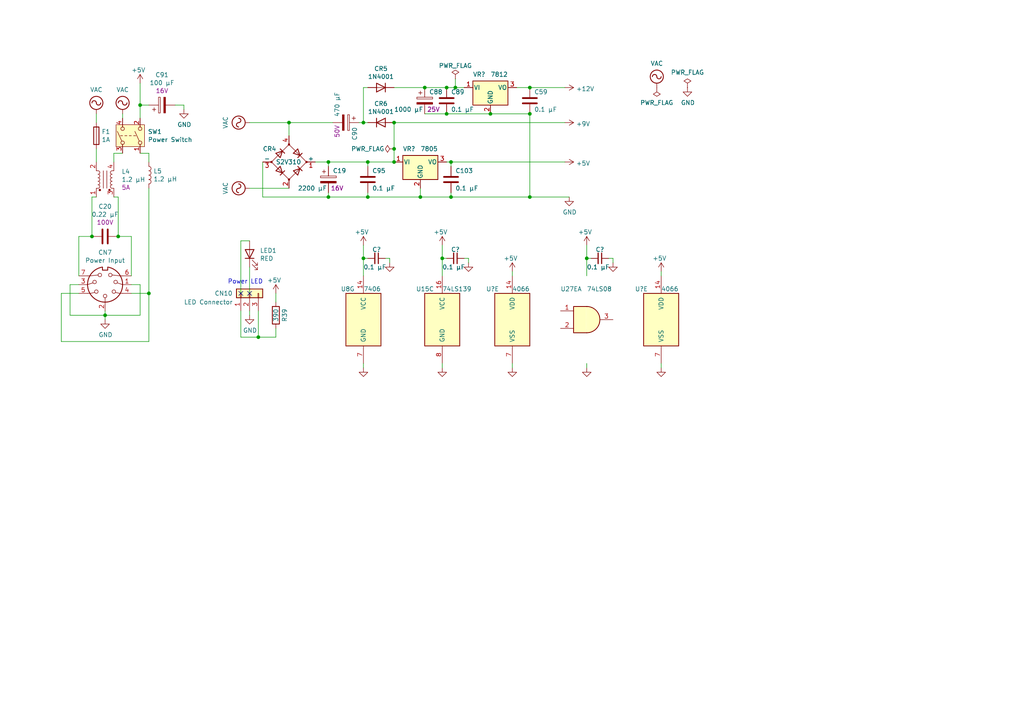
<source format=kicad_sch>
(kicad_sch (version 20231120) (generator "eeschema") (generator_version "8.0")
  (paper "A4")
  (title_block (title "Commodore 64 - Power Section (schematic #251469)") (date "2019-08-11") (rev "0.2") (company "Commodore Business Machines, Inc.") (comment 1 "Based on C64/C64C Service Manual (1992-03) pp. 31-32 [PN-314001-03]") (comment 4 "KiCad schematic capture by Cumbayah! <cumbayah@subetha.dk>"))
  (lib_symbols
    (symbol "4xxx:4066" (pin_names (offset 1.016))
      (property "Reference" "U" (at -7.62 8.89 0))
      (property "Value" "4066" (at -7.62 -8.89 0))
      (symbol "4066_1_0"
        (polyline (pts (xy 0 1.27) (xy 0 2.54)) (stroke (width 0.1524)))
        (polyline (pts (xy -2.54 0) (xy 2.54 2.54) (xy 2.54 -2.54) (xy -2.54 0)) (fill (type background)))
        (polyline (pts (xy -2.54 2.54) (xy 2.54 0) (xy -2.54 -2.54) (xy -2.54 2.54)) (fill (type background)))
        (pin passive line (at -7.62 0 0) (length 5.08) (name "~") (number "1"))
        (pin input line (at 0 7.62 270) (length 5.08) (name "~") (number "13"))
        (pin passive line (at 7.62 0 180) (length 5.08) (name "~") (number "2"))
      )
      (symbol "4066_2_0"
        (polyline (pts (xy 0 1.27) (xy 0 2.54)) (stroke (width 0.1524)))
        (polyline (pts (xy -2.54 0) (xy 2.54 2.54) (xy 2.54 -2.54) (xy -2.54 0)) (fill (type background)))
        (polyline (pts (xy -2.54 2.54) (xy 2.54 0) (xy -2.54 -2.54) (xy -2.54 2.54)) (fill (type background)))
        (pin passive line (at 7.62 0 180) (length 5.08) (name "~") (number "3"))
        (pin passive line (at -7.62 0 0) (length 5.08) (name "~") (number "4"))
        (pin input line (at 0 7.62 270) (length 5.08) (name "~") (number "5"))
      )
      (symbol "4066_3_0"
        (polyline (pts (xy 0 1.27) (xy 0 2.54)) (stroke (width 0.1524)))
        (polyline (pts (xy -2.54 0) (xy 2.54 2.54) (xy 2.54 -2.54) (xy -2.54 0)) (fill (type background)))
        (polyline (pts (xy -2.54 2.54) (xy 2.54 0) (xy -2.54 -2.54) (xy -2.54 2.54)) (fill (type background)))
        (pin input line (at 0 7.62 270) (length 5.08) (name "~") (number "6"))
        (pin passive line (at -7.62 0 0) (length 5.08) (name "~") (number "8"))
        (pin passive line (at 7.62 0 180) (length 5.08) (name "~") (number "9"))
      )
      (symbol "4066_4_0"
        (polyline (pts (xy 0 1.27) (xy 0 2.54)) (stroke (width 0.1524)))
        (polyline (pts (xy -2.54 0) (xy 2.54 2.54) (xy 2.54 -2.54) (xy -2.54 0)) (fill (type background)))
        (polyline (pts (xy -2.54 2.54) (xy 2.54 0) (xy -2.54 -2.54) (xy -2.54 2.54)) (fill (type background)))
        (pin passive line (at 7.62 0 180) (length 5.08) (name "~") (number "10"))
        (pin passive line (at -7.62 0 0) (length 5.08) (name "~") (number "11"))
        (pin input line (at 0 7.62 270) (length 5.08) (name "~") (number "12"))
      )
      (symbol "4066_5_0"
        (pin power_in line (at 0 12.7 270) (length 5.08) (name "VDD") (number "14"))
        (pin power_in line (at 0 -12.7 90) (length 5.08) (name "VSS") (number "7"))
      )
      (symbol "4066_5_1"
        (rectangle (start -5.08 7.62) (end 5.08 -7.62) (stroke (width 0.254)) (fill (type background)))
      )
    )
    (symbol "74xx:74LS08" (pin_names (offset 1.016))
      (property "Reference" "U" (at 0 1.27 0))
      (property "Value" "74LS08" (at 0 -1.27 0))
      (symbol "74LS08_1_1"
        (arc (start 0 -3.81) (mid 3.7934 0) (end 0 3.81) (stroke (width 0.254)) (fill (type background)))
        (polyline (pts (xy 0 3.81) (xy -3.81 3.81) (xy -3.81 -3.81) (xy 0 -3.81)) (stroke (width 0.254)) (fill (type background)))
        (pin input line (at -7.62 2.54 0) (length 3.81) (name "~") (number "1"))
        (pin input line (at -7.62 -2.54 0) (length 3.81) (name "~") (number "2"))
        (pin output line (at 7.62 0 180) (length 3.81) (name "~") (number "3"))
      )
      (symbol "74LS08_1_2"
        (arc (start -3.81 -3.81) (mid -2.589 0) (end -3.81 3.81) (stroke (width 0.254)))
        (arc (start -0.6096 -3.81) (mid 2.1842 -2.5851) (end 3.81 0) (stroke (width 0.254)) (fill (type background)))
        (polyline (pts (xy -3.81 -3.81) (xy -0.635 -3.81)) (stroke (width 0.254)) (fill (type background)))
        (polyline (pts (xy -3.81 3.81) (xy -0.635 3.81)) (stroke (width 0.254)) (fill (type background)))
        (polyline (pts (xy -0.635 3.81) (xy -3.81 3.81) (xy -3.81 3.81) (xy -3.556 3.4036) (xy -3.0226 2.2606) (xy -2.6924 1.0414) (xy -2.6162 -0.254) (xy -2.7686 -1.4986) (xy -3.175 -2.7178) (xy -3.81 -3.81) (xy -3.81 -3.81) (xy -0.635 -3.81)) (stroke (width -25.4)) (fill (type background)))
        (arc (start 3.81 0) (mid 2.1915 2.5936) (end -0.6096 3.81) (stroke (width 0.254)) (fill (type background)))
        (pin input inverted (at -7.62 2.54 0) (length 4.318) (name "~") (number "1"))
        (pin input inverted (at -7.62 -2.54 0) (length 4.318) (name "~") (number "2"))
        (pin output inverted (at 7.62 0 180) (length 3.81) (name "~") (number "3"))
      )
      (symbol "74LS08_2_1"
        (arc (start 0 -3.81) (mid 3.7934 0) (end 0 3.81) (stroke (width 0.254)) (fill (type background)))
        (polyline (pts (xy 0 3.81) (xy -3.81 3.81) (xy -3.81 -3.81) (xy 0 -3.81)) (stroke (width 0.254)) (fill (type background)))
        (pin input line (at -7.62 2.54 0) (length 3.81) (name "~") (number "4"))
        (pin input line (at -7.62 -2.54 0) (length 3.81) (name "~") (number "5"))
        (pin output line (at 7.62 0 180) (length 3.81) (name "~") (number "6"))
      )
      (symbol "74LS08_2_2"
        (arc (start -3.81 -3.81) (mid -2.589 0) (end -3.81 3.81) (stroke (width 0.254)))
        (arc (start -0.6096 -3.81) (mid 2.1842 -2.5851) (end 3.81 0) (stroke (width 0.254)) (fill (type background)))
        (polyline (pts (xy -3.81 -3.81) (xy -0.635 -3.81)) (stroke (width 0.254)) (fill (type background)))
        (polyline (pts (xy -3.81 3.81) (xy -0.635 3.81)) (stroke (width 0.254)) (fill (type background)))
        (polyline (pts (xy -0.635 3.81) (xy -3.81 3.81) (xy -3.81 3.81) (xy -3.556 3.4036) (xy -3.0226 2.2606) (xy -2.6924 1.0414) (xy -2.6162 -0.254) (xy -2.7686 -1.4986) (xy -3.175 -2.7178) (xy -3.81 -3.81) (xy -3.81 -3.81) (xy -0.635 -3.81)) (stroke (width -25.4)) (fill (type background)))
        (arc (start 3.81 0) (mid 2.1915 2.5936) (end -0.6096 3.81) (stroke (width 0.254)) (fill (type background)))
        (pin input inverted (at -7.62 2.54 0) (length 4.318) (name "~") (number "4"))
        (pin input inverted (at -7.62 -2.54 0) (length 4.318) (name "~") (number "5"))
        (pin output inverted (at 7.62 0 180) (length 3.81) (name "~") (number "6"))
      )
      (symbol "74LS08_3_1"
        (arc (start 0 -3.81) (mid 3.7934 0) (end 0 3.81) (stroke (width 0.254)) (fill (type background)))
        (polyline (pts (xy 0 3.81) (xy -3.81 3.81) (xy -3.81 -3.81) (xy 0 -3.81)) (stroke (width 0.254)) (fill (type background)))
        (pin input line (at -7.62 -2.54 0) (length 3.81) (name "~") (number "10"))
        (pin output line (at 7.62 0 180) (length 3.81) (name "~") (number "8"))
        (pin input line (at -7.62 2.54 0) (length 3.81) (name "~") (number "9"))
      )
      (symbol "74LS08_3_2"
        (arc (start -3.81 -3.81) (mid -2.589 0) (end -3.81 3.81) (stroke (width 0.254)))
        (arc (start -0.6096 -3.81) (mid 2.1842 -2.5851) (end 3.81 0) (stroke (width 0.254)) (fill (type background)))
        (polyline (pts (xy -3.81 -3.81) (xy -0.635 -3.81)) (stroke (width 0.254)) (fill (type background)))
        (polyline (pts (xy -3.81 3.81) (xy -0.635 3.81)) (stroke (width 0.254)) (fill (type background)))
        (polyline (pts (xy -0.635 3.81) (xy -3.81 3.81) (xy -3.81 3.81) (xy -3.556 3.4036) (xy -3.0226 2.2606) (xy -2.6924 1.0414) (xy -2.6162 -0.254) (xy -2.7686 -1.4986) (xy -3.175 -2.7178) (xy -3.81 -3.81) (xy -3.81 -3.81) (xy -0.635 -3.81)) (stroke (width -25.4)) (fill (type background)))
        (arc (start 3.81 0) (mid 2.1915 2.5936) (end -0.6096 3.81) (stroke (width 0.254)) (fill (type background)))
        (pin input inverted (at -7.62 -2.54 0) (length 4.318) (name "~") (number "10"))
        (pin output inverted (at 7.62 0 180) (length 3.81) (name "~") (number "8"))
        (pin input inverted (at -7.62 2.54 0) (length 4.318) (name "~") (number "9"))
      )
      (symbol "74LS08_4_1"
        (arc (start 0 -3.81) (mid 3.7934 0) (end 0 3.81) (stroke (width 0.254)) (fill (type background)))
        (polyline (pts (xy 0 3.81) (xy -3.81 3.81) (xy -3.81 -3.81) (xy 0 -3.81)) (stroke (width 0.254)) (fill (type background)))
        (pin output line (at 7.62 0 180) (length 3.81) (name "~") (number "11"))
        (pin input line (at -7.62 2.54 0) (length 3.81) (name "~") (number "12"))
        (pin input line (at -7.62 -2.54 0) (length 3.81) (name "~") (number "13"))
      )
      (symbol "74LS08_4_2"
        (arc (start -3.81 -3.81) (mid -2.589 0) (end -3.81 3.81) (stroke (width 0.254)))
        (arc (start -0.6096 -3.81) (mid 2.1842 -2.5851) (end 3.81 0) (stroke (width 0.254)) (fill (type background)))
        (polyline (pts (xy -3.81 -3.81) (xy -0.635 -3.81)) (stroke (width 0.254)) (fill (type background)))
        (polyline (pts (xy -3.81 3.81) (xy -0.635 3.81)) (stroke (width 0.254)) (fill (type background)))
        (polyline (pts (xy -0.635 3.81) (xy -3.81 3.81) (xy -3.81 3.81) (xy -3.556 3.4036) (xy -3.0226 2.2606) (xy -2.6924 1.0414) (xy -2.6162 -0.254) (xy -2.7686 -1.4986) (xy -3.175 -2.7178) (xy -3.81 -3.81) (xy -3.81 -3.81) (xy -0.635 -3.81)) (stroke (width -25.4)) (fill (type background)))
        (arc (start 3.81 0) (mid 2.1915 2.5936) (end -0.6096 3.81) (stroke (width 0.254)) (fill (type background)))
        (pin output inverted (at 7.62 0 180) (length 3.81) (name "~") (number "11"))
        (pin input inverted (at -7.62 2.54 0) (length 4.318) (name "~") (number "12"))
        (pin input inverted (at -7.62 -2.54 0) (length 4.318) (name "~") (number "13"))
      )
      (symbol "74LS08_5_0"
        (pin power_in line (at 0 12.7 270) (length 5.08) (name "VCC") (number "14"))
        (pin power_in line (at 0 -12.7 90) (length 5.08) (name "GND") (number "7"))
      )
      (symbol "74LS08_5_1"
        (rectangle (start -5.08 7.62) (end 5.08 -7.62) (stroke (width 0.254)) (fill (type background)))
      )
    )
    (symbol "74xx:74LS139" (pin_names (offset 1.016))
      (property "Reference" "U" (at -7.62 8.89 0))
      (property "Value" "74LS139" (at -7.62 -8.89 0))
      (symbol "74LS139_1_0"
        (pin input inverted (at -12.7 -5.08 0) (length 5.08) (name "E") (number "1"))
        (pin input line (at -12.7 0 0) (length 5.08) (name "A0") (number "2"))
        (pin input line (at -12.7 2.54 0) (length 5.08) (name "A1") (number "3"))
        (pin output inverted (at 12.7 2.54 180) (length 5.08) (name "O0") (number "4"))
        (pin output inverted (at 12.7 0 180) (length 5.08) (name "O1") (number "5"))
        (pin output inverted (at 12.7 -2.54 180) (length 5.08) (name "O2") (number "6"))
        (pin output inverted (at 12.7 -5.08 180) (length 5.08) (name "O3") (number "7"))
      )
      (symbol "74LS139_1_1"
        (rectangle (start -7.62 5.08) (end 7.62 -7.62) (stroke (width 0.254)) (fill (type background)))
      )
      (symbol "74LS139_2_0"
        (pin output inverted (at 12.7 -2.54 180) (length 5.08) (name "O2") (number "10"))
        (pin output inverted (at 12.7 0 180) (length 5.08) (name "O1") (number "11"))
        (pin output inverted (at 12.7 2.54 180) (length 5.08) (name "O0") (number "12"))
        (pin input line (at -12.7 2.54 0) (length 5.08) (name "A1") (number "13"))
        (pin input line (at -12.7 0 0) (length 5.08) (name "A0") (number "14"))
        (pin input inverted (at -12.7 -5.08 0) (length 5.08) (name "E") (number "15"))
        (pin output inverted (at 12.7 -5.08 180) (length 5.08) (name "O3") (number "9"))
      )
      (symbol "74LS139_2_1"
        (rectangle (start -7.62 5.08) (end 7.62 -7.62) (stroke (width 0.254)) (fill (type background)))
      )
      (symbol "74LS139_3_0"
        (pin power_in line (at 0 12.7 270) (length 5.08) (name "VCC") (number "16"))
        (pin power_in line (at 0 -12.7 90) (length 5.08) (name "GND") (number "8"))
      )
      (symbol "74LS139_3_1"
        (rectangle (start -5.08 7.62) (end 5.08 -7.62) (stroke (width 0.254)) (fill (type background)))
      )
    )
    (symbol "74xx_more:7406" (pin_names (offset 1.016))
      (property "Reference" "U" (at 0 1.27 0))
      (property "Value" "7406" (at 0 -1.27 0))
      (symbol "7406_1_0"
        (polyline (pts (xy -3.81 3.81) (xy -3.81 -3.81) (xy 3.81 0) (xy -3.81 3.81)) (stroke (width 0.254)) (fill (type background)))
        (pin input line (at -7.62 0 0) (length 3.81) (name "~") (number "1"))
        (pin open_collector inverted (at 7.62 0 180) (length 3.81) (name "~") (number "2"))
      )
      (symbol "7406_2_0"
        (polyline (pts (xy -3.81 3.81) (xy -3.81 -3.81) (xy 3.81 0) (xy -3.81 3.81)) (stroke (width 0.254)) (fill (type background)))
        (pin input line (at -7.62 0 0) (length 3.81) (name "~") (number "3"))
        (pin open_collector inverted (at 7.62 0 180) (length 3.81) (name "~") (number "4"))
      )
      (symbol "7406_3_0"
        (polyline (pts (xy -3.81 3.81) (xy -3.81 -3.81) (xy 3.81 0) (xy -3.81 3.81)) (stroke (width 0.254)) (fill (type background)))
        (pin input line (at -7.62 0 0) (length 3.81) (name "~") (number "5"))
        (pin open_collector inverted (at 7.62 0 180) (length 3.81) (name "~") (number "6"))
      )
      (symbol "7406_4_0"
        (polyline (pts (xy -3.81 3.81) (xy -3.81 -3.81) (xy 3.81 0) (xy -3.81 3.81)) (stroke (width 0.254)) (fill (type background)))
        (pin open_collector inverted (at 7.62 0 180) (length 3.81) (name "~") (number "8"))
        (pin input line (at -7.62 0 0) (length 3.81) (name "~") (number "9"))
      )
      (symbol "7406_5_0"
        (polyline (pts (xy -3.81 3.81) (xy -3.81 -3.81) (xy 3.81 0) (xy -3.81 3.81)) (stroke (width 0.254)) (fill (type background)))
        (pin open_collector inverted (at 7.62 0 180) (length 3.81) (name "~") (number "10"))
        (pin input line (at -7.62 0 0) (length 3.81) (name "~") (number "11"))
      )
      (symbol "7406_6_0"
        (polyline (pts (xy -3.81 3.81) (xy -3.81 -3.81) (xy 3.81 0) (xy -3.81 3.81)) (stroke (width 0.254)) (fill (type background)))
        (pin open_collector inverted (at 7.62 0 180) (length 3.81) (name "~") (number "12"))
        (pin input line (at -7.62 0 0) (length 3.81) (name "~") (number "13"))
      )
      (symbol "7406_7_0"
        (pin power_in line (at 0 12.7 270) (length 5.08) (name "VCC") (number "14"))
        (pin power_in line (at 0 -12.7 90) (length 5.08) (name "GND") (number "7"))
      )
      (symbol "7406_7_1"
        (rectangle (start -5.08 7.62) (end 5.08 -7.62) (stroke (width 0.254)) (fill (type background)))
      )
    )
    (symbol "C64B-rescue:+12V-power" (power) (pin_names (offset 0))
      (property "Value" "power_+12V" (at 0 3.556 0))
      (symbol "+12V-power_0_1"
        (polyline (pts (xy -0.762 1.27) (xy 0 2.54)))
        (polyline (pts (xy 0 0) (xy 0 2.54)))
        (polyline (pts (xy 0 2.54) (xy 0.762 1.27)))
      )
      (symbol "+12V-power_1_1"
        (pin power_in line (at 0 0 90) (length 0) hide (name "+12V") (number "1"))
      )
    )
    (symbol "C64B-rescue:+5V-power" (power) (pin_names (offset 0))
      (property "Value" "power_+5V" (at 0 3.556 0))
      (symbol "+5V-power_0_1"
        (polyline (pts (xy -0.762 1.27) (xy 0 2.54)))
        (polyline (pts (xy 0 0) (xy 0 2.54)))
        (polyline (pts (xy 0 2.54) (xy 0.762 1.27)))
      )
      (symbol "+5V-power_1_1"
        (pin power_in line (at 0 0 90) (length 0) hide (name "+5V") (number "1"))
      )
    )
    (symbol "C64B-rescue:CP-Device" (pin_numbers hide) (pin_names (offset 0.254))
      (property "Reference" "C" (at 0.635 2.54 0))
      (property "Value" "Device_CP" (at 0.635 -2.54 0))
      (symbol "CP-Device_0_1"
        (rectangle (start -2.286 0.508) (end 2.286 1.016))
        (polyline (pts (xy -1.778 2.286) (xy -0.762 2.286)))
        (polyline (pts (xy -1.27 2.794) (xy -1.27 1.778)))
        (rectangle (start 2.286 -0.508) (end -2.286 -1.016) (fill (type outline)))
      )
      (symbol "CP-Device_1_1"
        (pin passive line (at 0 3.81 270) (length 2.794) (name "~") (number "1"))
        (pin passive line (at 0 -3.81 90) (length 2.794) (name "~") (number "2"))
      )
    )
    (symbol "C64B-rescue:EMI_Filter_LL-Device" (pin_names (offset 0.254) hide)
      (property "Reference" "FL" (at 0 4.445 0))
      (property "Value" "Device_EMI_Filter_LL" (at 0 -4.445 0))
      (symbol "EMI_Filter_LL-Device_0_1"
        (circle (center -3.048 -1.27) (radius 0.254) (fill (type outline)))
        (circle (center -3.048 1.524) (radius 0.254) (fill (type outline)))
        (arc (start -2.54 2.032) (mid -2.032 1.524) (end -1.524 2.032))
        (arc (start -1.524 -2.032) (mid -2.032 -1.524) (end -2.54 -2.032))
        (arc (start -1.524 2.032) (mid -1.016 1.524) (end -0.508 2.032))
        (arc (start -0.508 -2.032) (mid -1.016 -1.524) (end -1.524 -2.032))
        (arc (start -0.508 2.032) (mid 0 1.524) (end 0.508 2.032))
        (polyline (pts (xy -2.54 -2.032) (xy -2.54 -2.54)))
        (polyline (pts (xy -2.54 0.508) (xy 2.54 0.508)))
        (polyline (pts (xy -2.54 2.032) (xy -2.54 2.54)))
        (polyline (pts (xy 2.54 -2.032) (xy 2.54 -2.54)))
        (polyline (pts (xy 2.54 -0.508) (xy -2.54 -0.508)))
        (polyline (pts (xy 2.54 2.54) (xy 2.54 2.032)))
        (arc (start 0.508 -2.032) (mid 0 -1.524) (end -0.508 -2.032))
        (arc (start 0.508 2.032) (mid 1.016 1.524) (end 1.524 2.032))
        (arc (start 1.524 -2.032) (mid 1.016 -1.524) (end 0.508 -2.032))
        (arc (start 1.524 2.032) (mid 2.032 1.524) (end 2.54 2.032))
        (arc (start 2.54 -2.032) (mid 2.032 -1.524) (end 1.524 -2.032))
      )
      (symbol "EMI_Filter_LL-Device_1_1"
        (pin passive line (at -5.08 2.54 0) (length 2.54) (name "1") (number "1"))
        (pin passive line (at 5.08 2.54 180) (length 2.54) (name "2") (number "2"))
        (pin passive line (at -5.08 -2.54 0) (length 2.54) (name "3") (number "3"))
        (pin passive line (at 5.08 -2.54 180) (length 2.54) (name "4") (number "4"))
      )
    )
    (symbol "C64B-rescue:GND-power" (power) (pin_names (offset 0))
      (property "Value" "power_GND" (at 0 -3.81 0))
      (symbol "GND-power_0_1"
        (polyline (pts (xy 0 0) (xy 0 -1.27) (xy 1.27 -1.27) (xy 0 -2.54) (xy -1.27 -1.27) (xy 0 -1.27)))
      )
      (symbol "GND-power_1_1"
        (pin power_in line (at 0 0 270) (length 0) hide (name "GND") (number "1"))
      )
    )
    (symbol "C64B-rescue:PWR_FLAG-power" (power) (pin_numbers hide) (pin_names (offset 0) hide)
      (property "Value" "power_PWR_FLAG" (at 0 3.81 0))
      (symbol "PWR_FLAG-power_0_0"
        (pin power_out line (at 0 0 90) (length 0) (name "pwr") (number "1"))
      )
      (symbol "PWR_FLAG-power_0_1"
        (polyline (pts (xy 0 0) (xy 0 1.27) (xy -1.016 1.905) (xy 0 2.54) (xy 1.016 1.905) (xy 0 1.27)))
      )
    )
    (symbol "Connector:DIN-7" (pin_names (offset 1.016))
      (property "Reference" "J" (at 3.175 5.715 0))
      (property "Value" "DIN-7" (at 0 -6.604 0))
      (symbol "DIN-7_0_1"
        (arc (start -5.08 0) (mid -3.8609 -3.3364) (end -0.762 -5.08) (stroke (width 0.254)))
        (circle (center -3.048 -0.762) (radius 0.508))
        (circle (center -2.54 2.032) (radius 0.508))
        (circle (center -1.524 -2.794) (radius 0.508))
        (polyline (pts (xy -5.08 0) (xy -3.556 -0.508)))
        (polyline (pts (xy 0 5.08) (xy 0 3.81)))
        (polyline (pts (xy 5.08 0) (xy 3.556 -0.508)))
        (polyline (pts (xy -5.08 -2.54) (xy -4.318 -2.54) (xy -2.032 -2.794)))
        (polyline (pts (xy -5.08 2.54) (xy -4.318 2.54) (xy -3.048 2.286)))
        (polyline (pts (xy 5.08 -2.54) (xy 4.318 -2.54) (xy 2.032 -2.794)))
        (polyline (pts (xy 5.08 2.54) (xy 4.318 2.54) (xy 3.048 2.286)))
        (polyline (pts (xy -0.762 -4.953) (xy -0.762 -4.191) (xy 0.762 -4.191) (xy 0.762 -4.953)) (stroke (width 0.254)))
        (circle (center 0 3.302) (radius 0.508))
        (arc (start 0.762 -5.08) (mid 3.8685 -3.343) (end 5.08 0) (stroke (width 0.254)))
        (circle (center 1.524 -2.794) (radius 0.508))
        (circle (center 2.54 2.032) (radius 0.508))
        (circle (center 3.048 -0.762) (radius 0.508))
        (arc (start 5.08 0) (mid 0 5.0579) (end -5.08 0) (stroke (width 0.254)))
      )
      (symbol "DIN-7_1_1"
        (pin passive line (at -7.62 0 0) (length 2.54) (name "~") (number "1"))
        (pin passive line (at 0 7.62 270) (length 2.54) (name "~") (number "2"))
        (pin passive line (at 7.62 0 180) (length 2.54) (name "~") (number "3"))
        (pin passive line (at -7.62 2.54 0) (length 2.54) (name "~") (number "4"))
        (pin passive line (at 7.62 2.54 180) (length 2.54) (name "~") (number "5"))
        (pin passive line (at -7.62 -2.54 0) (length 2.54) (name "~") (number "6"))
        (pin passive line (at 7.62 -2.54 180) (length 2.54) (name "~") (number "7"))
      )
    )
    (symbol "Connector_Generic:Conn_01x03" (pin_names (offset 1.016) hide)
      (property "Reference" "J" (at 0 5.08 0))
      (property "Value" "Conn_01x03" (at 0 -5.08 0))
      (symbol "Conn_01x03_1_1"
        (rectangle (start -1.27 -2.413) (end 0 -2.667) (stroke (width 0.1524)))
        (rectangle (start -1.27 0.127) (end 0 -0.127) (stroke (width 0.1524)))
        (rectangle (start -1.27 2.667) (end 0 2.413) (stroke (width 0.1524)))
        (rectangle (start -1.27 3.81) (end 1.27 -3.81) (stroke (width 0.254)) (fill (type background)))
        (pin passive line (at -5.08 2.54 0) (length 3.81) (name "Pin_1") (number "1"))
        (pin passive line (at -5.08 0 0) (length 3.81) (name "Pin_2") (number "2"))
        (pin passive line (at -5.08 -2.54 0) (length 3.81) (name "Pin_3") (number "3"))
      )
    )
    (symbol "Device:C" (pin_numbers hide) (pin_names (offset 0.254))
      (property "Reference" "C" (at 0.635 2.54 0))
      (property "Value" "C" (at 0.635 -2.54 0))
      (symbol "C_0_1"
        (polyline (pts (xy -2.032 -0.762) (xy 2.032 -0.762)) (stroke (width 0.508)))
        (polyline (pts (xy -2.032 0.762) (xy 2.032 0.762)) (stroke (width 0.508)))
      )
      (symbol "C_1_1"
        (pin passive line (at 0 3.81 270) (length 2.794) (name "~") (number "1"))
        (pin passive line (at 0 -3.81 90) (length 2.794) (name "~") (number "2"))
      )
    )
    (symbol "Device:C_Small" (pin_numbers hide) (pin_names (offset 0.254) hide)
      (property "Reference" "C" (at 0.254 1.778 0))
      (property "Value" "C_Small" (at 0.254 -2.032 0))
      (symbol "C_Small_0_1"
        (polyline (pts (xy -1.524 -0.508) (xy 1.524 -0.508)) (stroke (width 0.3302)))
        (polyline (pts (xy -1.524 0.508) (xy 1.524 0.508)) (stroke (width 0.3048)))
      )
      (symbol "C_Small_1_1"
        (pin passive line (at 0 2.54 270) (length 2.032) (name "~") (number "1"))
        (pin passive line (at 0 -2.54 90) (length 2.032) (name "~") (number "2"))
      )
    )
    (symbol "Device:D" (pin_numbers hide) (pin_names (offset 1.016) hide)
      (property "Reference" "D" (at 0 2.54 0))
      (property "Value" "D" (at 0 -2.54 0))
      (symbol "D_0_1"
        (polyline (pts (xy -1.27 1.27) (xy -1.27 -1.27)) (stroke (width 0.254)))
        (polyline (pts (xy 1.27 0) (xy -1.27 0)))
        (polyline (pts (xy 1.27 1.27) (xy 1.27 -1.27) (xy -1.27 0) (xy 1.27 1.27)) (stroke (width 0.254)))
      )
      (symbol "D_1_1"
        (pin passive line (at -3.81 0 0) (length 2.54) (name "K") (number "1"))
        (pin passive line (at 3.81 0 180) (length 2.54) (name "A") (number "2"))
      )
    )
    (symbol "Device:D_Bridge_+A-A" (pin_names (offset 0))
      (property "Reference" "D" (at 2.54 6.985 0))
      (property "Value" "D_Bridge_+A-A" (at 2.54 5.08 0))
      (symbol "D_Bridge_+A-A_0_1"
        (circle (center -5.08 0) (radius 0.254) (fill (type outline)))
        (circle (center 0 -5.08) (radius 0.254) (fill (type outline)))
        (polyline (pts (xy -2.54 3.81) (xy -1.27 2.54)) (stroke (width 0.254)))
        (polyline (pts (xy -1.27 -2.54) (xy -2.54 -3.81)) (stroke (width 0.254)))
        (polyline (pts (xy 2.54 -1.27) (xy 3.81 -2.54)) (stroke (width 0.254)))
        (polyline (pts (xy 2.54 1.27) (xy 3.81 2.54)) (stroke (width 0.254)))
        (polyline (pts (xy -3.81 2.54) (xy -2.54 1.27) (xy -1.905 3.175) (xy -3.81 2.54)) (stroke (width 0.254)))
        (polyline (pts (xy -2.54 -1.27) (xy -3.81 -2.54) (xy -1.905 -3.175) (xy -2.54 -1.27)) (stroke (width 0.254)))
        (polyline (pts (xy 1.27 2.54) (xy 2.54 3.81) (xy 3.175 1.905) (xy 1.27 2.54)) (stroke (width 0.254)))
        (polyline (pts (xy 3.175 -1.905) (xy 1.27 -2.54) (xy 2.54 -3.81) (xy 3.175 -1.905)) (stroke (width 0.254)))
        (polyline (pts (xy -5.08 0) (xy 0 -5.08) (xy 5.08 0) (xy 0 5.08) (xy -5.08 0)))
        (circle (center 0 5.08) (radius 0.254) (fill (type outline)))
        (circle (center 5.08 0) (radius 0.254) (fill (type outline)))
      )
      (symbol "D_Bridge_+A-A_1_1"
        (pin passive line (at 7.62 0 180) (length 2.54) (name "+") (number "1"))
        (pin passive line (at 0 -7.62 90) (length 2.54) (name "~") (number "2"))
        (pin passive line (at -7.62 0 0) (length 2.54) (name "-") (number "3"))
        (pin passive line (at 0 7.62 270) (length 2.54) (name "~") (number "4"))
      )
    )
    (symbol "Device:Fuse" (pin_numbers hide) (pin_names (offset 0))
      (property "Reference" "F" (at 2.032 0 90))
      (property "Value" "Fuse" (at -1.905 0 90))
      (symbol "Fuse_0_1"
        (rectangle (start -0.762 -2.54) (end 0.762 2.54) (stroke (width 0.254)))
        (polyline (pts (xy 0 2.54) (xy 0 -2.54)))
      )
      (symbol "Fuse_1_1"
        (pin passive line (at 0 3.81 270) (length 1.27) (name "~") (number "1"))
        (pin passive line (at 0 -3.81 90) (length 1.27) (name "~") (number "2"))
      )
    )
    (symbol "Device:L" (pin_numbers hide) (pin_names (offset 1.016) hide)
      (property "Reference" "L" (at -1.27 0 90))
      (property "Value" "L" (at 1.905 0 90))
      (symbol "L_0_1"
        (arc (start 0 -2.54) (mid 0.6323 -1.905) (end 0 -1.27))
        (arc (start 0 -1.27) (mid 0.6323 -0.635) (end 0 0))
        (arc (start 0 0) (mid 0.6323 0.635) (end 0 1.27))
        (arc (start 0 1.27) (mid 0.6323 1.905) (end 0 2.54))
      )
      (symbol "L_1_1"
        (pin passive line (at 0 3.81 270) (length 1.27) (name "1") (number "1"))
        (pin passive line (at 0 -3.81 90) (length 1.27) (name "2") (number "2"))
      )
    )
    (symbol "Device:LED" (pin_numbers hide) (pin_names (offset 1.016) hide)
      (property "Reference" "D" (at 0 2.54 0))
      (property "Value" "LED" (at 0 -2.54 0))
      (symbol "LED_0_1"
        (polyline (pts (xy -1.27 -1.27) (xy -1.27 1.27)) (stroke (width 0.254)))
        (polyline (pts (xy -1.27 0) (xy 1.27 0)))
        (polyline (pts (xy 1.27 -1.27) (xy 1.27 1.27) (xy -1.27 0) (xy 1.27 -1.27)) (stroke (width 0.254)))
        (polyline (pts (xy -3.048 -0.762) (xy -4.572 -2.286) (xy -3.81 -2.286) (xy -4.572 -2.286) (xy -4.572 -1.524)))
        (polyline (pts (xy -1.778 -0.762) (xy -3.302 -2.286) (xy -2.54 -2.286) (xy -3.302 -2.286) (xy -3.302 -1.524)))
      )
      (symbol "LED_1_1"
        (pin passive line (at -3.81 0 0) (length 2.54) (name "K") (number "1"))
        (pin passive line (at 3.81 0 180) (length 2.54) (name "A") (number "2"))
      )
    )
    (symbol "Device:R" (pin_numbers hide) (pin_names (offset 0))
      (property "Reference" "R" (at 2.032 0 90))
      (property "Value" "R" (at 0 0 90))
      (symbol "R_0_1"
        (rectangle (start -1.016 -2.54) (end 1.016 2.54) (stroke (width 0.254)))
      )
      (symbol "R_1_1"
        (pin passive line (at 0 3.81 270) (length 1.27) (name "~") (number "1"))
        (pin passive line (at 0 -3.81 90) (length 1.27) (name "~") (number "2"))
      )
    )
    (symbol "Regulator_Linear:LM7805_TO220" (pin_names (offset 0.254))
      (property "Reference" "U" (at -3.81 3.175 0))
      (property "Value" "LM7805_TO220" (at 0 3.175 0))
      (symbol "LM7805_TO220_0_1"
        (rectangle (start -5.08 1.905) (end 5.08 -5.08) (stroke (width 0.254)) (fill (type background)))
      )
      (symbol "LM7805_TO220_1_1"
        (pin power_in line (at -7.62 0 0) (length 2.54) (name "VI") (number "1"))
        (pin power_in line (at 0 -7.62 90) (length 2.54) (name "GND") (number "2"))
        (pin power_out line (at 7.62 0 180) (length 2.54) (name "VO") (number "3"))
      )
    )
    (symbol "Regulator_Linear:LM7812_TO220" (pin_names (offset 0.254))
      (property "Reference" "U" (at -3.81 3.175 0))
      (property "Value" "LM7812_TO220" (at 0 3.175 0))
      (symbol "LM7812_TO220_0_1"
        (rectangle (start -5.08 1.905) (end 5.08 -5.08) (stroke (width 0.254)) (fill (type background)))
      )
      (symbol "LM7812_TO220_1_1"
        (pin power_in line (at -7.62 0 0) (length 2.54) (name "VI") (number "1"))
        (pin power_in line (at 0 -7.62 90) (length 2.54) (name "GND") (number "2"))
        (pin power_out line (at 7.62 0 180) (length 2.54) (name "VO") (number "3"))
      )
    )
    (symbol "Switch:SW_DPST" (pin_names (offset 0) hide)
      (property "Reference" "SW" (at 0 6.35 0))
      (property "Value" "SW_DPST" (at 0 -5.08 0))
      (symbol "SW_DPST_0_0"
        (circle (center -2.032 -2.54) (radius 0.508))
        (circle (center -2.032 2.54) (radius 0.508))
        (polyline (pts (xy -1.524 -2.286) (xy 1.27 -1.016)))
        (polyline (pts (xy -1.524 2.794) (xy 1.27 4.064)))
        (polyline (pts (xy 0 -1.27) (xy 0 -0.635)))
        (polyline (pts (xy 0 0) (xy 0 0.635)))
        (polyline (pts (xy 0 1.27) (xy 0 1.905)))
        (polyline (pts (xy 0 2.54) (xy 0 3.175)))
        (circle (center 2.032 -2.54) (radius 0.508))
        (circle (center 2.032 2.54) (radius 0.508))
      )
      (symbol "SW_DPST_1_1"
        (rectangle (start -3.175 4.445) (end 3.175 -3.81) (fill (type background)))
        (pin passive line (at -5.08 -2.54 0) (length 2.54) (name "1") (number "1"))
        (pin passive line (at 5.08 -2.54 180) (length 2.54) (name "2") (number "2"))
        (pin passive line (at -5.08 2.54 0) (length 2.54) (name "3") (number "3"))
        (pin passive line (at 5.08 2.54 180) (length 2.54) (name "4") (number "4"))
      )
    )
    (symbol "power_more:9VAC1" (power) (pin_names (offset 0))
      (property "Value" "9VAC1" (at 0 6.35 0))
      (symbol "9VAC1_0_1"
        (polyline (pts (xy 0 0) (xy 0 1.27)))
        (arc (start 0 3.175) (mid -0.635 3.81) (end -1.27 3.175) (stroke (width 0.254)))
        (arc (start 0 3.175) (mid 0.635 2.54) (end 1.27 3.175) (stroke (width 0.254)))
        (circle (center 0 3.175) (radius 1.905) (stroke (width 0.254)))
      )
      (symbol "9VAC1_1_1"
        (pin power_in line (at 0 0 90) (length 0) hide (name "VAC") (number "1"))
      )
    )
    (symbol "power_more:9VAC2" (power) (pin_names (offset 0))
      (property "Value" "9VAC2" (at 0 6.35 0))
      (symbol "9VAC2_0_1"
        (polyline (pts (xy 0 0) (xy 0 1.27)))
        (arc (start 0 3.175) (mid -0.635 3.81) (end -1.27 3.175) (stroke (width 0.254)))
        (arc (start 0 3.175) (mid 0.635 2.54) (end 1.27 3.175) (stroke (width 0.254)))
        (circle (center 0 3.175) (radius 1.905) (stroke (width 0.254)))
      )
      (symbol "9VAC2_1_1"
        (pin power_in line (at 0 0 90) (length 0) hide (name "VAC") (number "1"))
      )
    )
    (symbol "power_more:CAN+5V" (power) (pin_names (offset 0))
      (property "Value" "CAN+5V" (at 0 3.556 0))
      (symbol "CAN+5V_0_1"
        (polyline (pts (xy -0.762 1.27) (xy 0 2.54)))
        (polyline (pts (xy 0 0) (xy 0 2.54)))
        (polyline (pts (xy 0 2.54) (xy 0.762 1.27)))
      )
      (symbol "CAN+5V_1_1"
        (pin power_in line (at 0 0 90) (length 0) hide (name "+5V") (number "1"))
      )
    )
    (symbol "power_more:UNREG+9V" (power) (pin_names (offset 0))
      (property "Value" "UNREG+9V" (at 0 3.556 0))
      (symbol "UNREG+9V_0_1"
        (polyline (pts (xy -0.762 1.27) (xy 0 2.54)))
        (polyline (pts (xy 0 0) (xy 0 2.54)))
        (polyline (pts (xy 0 2.54) (xy 0.762 1.27)))
      )
      (symbol "UNREG+9V_1_1"
        (pin power_in line (at 0 0 90) (length 0) hide (name "+9V") (number "1"))
      )
    )
  )
  (junction (at 170.18 74.93))
  (junction (at 83.82 35.56))
  (junction (at 153.67 25.4))
  (junction (at 34.29 68.58))
  (junction (at 129.54 25.4))
  (junction (at 153.67 57.15))
  (junction (at 43.18 85.09))
  (junction (at 153.67 33.02))
  (junction (at 105.41 74.93))
  (junction (at 128.27 74.93))
  (junction (at 106.68 46.99))
  (junction (at 106.68 57.15))
  (junction (at 123.19 25.4))
  (junction (at 114.3 35.56))
  (junction (at 130.81 57.15))
  (junction (at 130.81 46.99))
  (junction (at 95.25 46.99))
  (junction (at 105.41 35.56))
  (junction (at 26.67 68.58))
  (junction (at 142.24 33.02))
  (junction (at 30.48 91.44))
  (junction (at 114.3 43.18))
  (junction (at 95.25 57.15))
  (junction (at 114.3 46.99))
  (junction (at 129.54 33.02))
  (junction (at 132.08 25.4))
  (junction (at 121.92 57.15))
  (junction (at 74.93 97.79))
  (junction (at 40.64 30.48))
  (no_connect (at 69.85 85.09))
  (no_connect (at 72.39 85.09))
  (wire (pts (xy 27.94 43.18) (xy 27.94 46.99)))
  (wire (pts (xy 149.86 25.4) (xy 153.67 25.4)))
  (wire (pts (xy 69.85 69.85) (xy 72.39 69.85)))
  (wire (pts (xy 74.93 97.79) (xy 74.93 90.17)))
  (wire (pts (xy 83.82 54.61) (xy 72.39 54.61)))
  (wire (pts (xy 43.18 44.45) (xy 43.18 46.99)))
  (wire (pts (xy 72.39 91.44) (xy 72.39 90.17)))
  (wire (pts (xy 105.41 106.68) (xy 105.41 105.41)))
  (wire (pts (xy 80.01 97.79) (xy 80.01 95.25)))
  (wire (pts (xy 43.18 99.06) (xy 43.18 85.09)))
  (wire (pts (xy 26.67 68.58) (xy 22.86 68.58)))
  (wire (pts (xy 35.56 44.45) (xy 33.02 44.45)))
  (wire (pts (xy 95.25 57.15) (xy 106.68 57.15)))
  (wire (pts (xy 105.41 71.12) (xy 105.41 74.93)))
  (wire (pts (xy 80.01 87.63) (xy 80.01 85.09)))
  (wire (pts (xy 121.92 57.15) (xy 130.81 57.15)))
  (wire (pts (xy 170.18 71.12) (xy 170.18 74.93)))
  (wire (pts (xy 27.94 33.02) (xy 27.94 35.56)))
  (wire (pts (xy 95.25 55.88) (xy 95.25 57.15)))
  (wire (pts (xy 128.27 71.12) (xy 128.27 74.93)))
  (wire (pts (xy 165.1 57.15) (xy 153.67 57.15)))
  (wire (pts (xy 121.92 57.15) (xy 121.92 54.61)))
  (wire (pts (xy 34.29 57.15) (xy 34.29 68.58)))
  (wire (pts (xy 105.41 80.01) (xy 105.41 74.93)))
  (wire (pts (xy 114.3 25.4) (xy 123.19 25.4)))
  (wire (pts (xy 130.81 48.26) (xy 130.81 46.99)))
  (wire (pts (xy 74.93 97.79) (xy 80.01 97.79)))
  (wire (pts (xy 135.89 74.93) (xy 135.89 76.2)))
  (wire (pts (xy 170.18 74.93) (xy 171.45 74.93)))
  (wire (pts (xy 22.86 82.55) (xy 20.32 82.55)))
  (wire (pts (xy 17.78 99.06) (xy 43.18 99.06)))
  (wire (pts (xy 40.64 91.44) (xy 40.64 82.55)))
  (wire (pts (xy 30.48 91.44) (xy 40.64 91.44)))
  (wire (pts (xy 134.62 74.93) (xy 135.89 74.93)))
  (wire (pts (xy 114.3 43.18) (xy 114.3 46.99)))
  (wire (pts (xy 33.02 57.15) (xy 34.29 57.15)))
  (wire (pts (xy 35.56 33.02) (xy 35.56 34.29)))
  (wire (pts (xy 106.68 57.15) (xy 106.68 55.88)))
  (wire (pts (xy 105.41 35.56) (xy 106.68 35.56)))
  (wire (pts (xy 142.24 33.02) (xy 129.54 33.02)))
  (wire (pts (xy 114.3 35.56) (xy 114.3 43.18)))
  (wire (pts (xy 105.41 25.4) (xy 105.41 35.56)))
  (wire (pts (xy 114.3 35.56) (xy 163.83 35.56)))
  (wire (pts (xy 38.1 85.09) (xy 43.18 85.09)))
  (wire (pts (xy 69.85 85.09) (xy 69.85 69.85)))
  (wire (pts (xy 130.81 46.99) (xy 163.83 46.99)))
  (wire (pts (xy 83.82 35.56) (xy 96.52 35.56)))
  (wire (pts (xy 148.59 78.74) (xy 148.59 80.01)))
  (wire (pts (xy 104.14 35.56) (xy 105.41 35.56)))
  (wire (pts (xy 191.77 106.68) (xy 191.77 105.41)))
  (wire (pts (xy 27.94 57.15) (xy 26.67 57.15)))
  (wire (pts (xy 40.64 34.29) (xy 40.64 30.48)))
  (wire (pts (xy 17.78 85.09) (xy 17.78 99.06)))
  (wire (pts (xy 148.59 106.68) (xy 148.59 105.41)))
  (wire (pts (xy 83.82 35.56) (xy 72.39 35.56)))
  (wire (pts (xy 153.67 33.02) (xy 142.24 33.02)))
  (wire (pts (xy 105.41 25.4) (xy 106.68 25.4)))
  (wire (pts (xy 153.67 57.15) (xy 153.67 33.02)))
  (wire (pts (xy 128.27 74.93) (xy 129.54 74.93)))
  (wire (pts (xy 128.27 106.68) (xy 128.27 105.41)))
  (wire (pts (xy 132.08 25.4) (xy 134.62 25.4)))
  (wire (pts (xy 111.76 74.93) (xy 113.03 74.93)))
  (wire (pts (xy 40.64 82.55) (xy 38.1 82.55)))
  (wire (pts (xy 40.64 30.48) (xy 43.18 30.48)))
  (wire (pts (xy 38.1 68.58) (xy 34.29 68.58)))
  (wire (pts (xy 129.54 25.4) (xy 132.08 25.4)))
  (wire (pts (xy 176.53 74.93) (xy 177.8 74.93)))
  (wire (pts (xy 83.82 39.37) (xy 83.82 35.56)))
  (wire (pts (xy 33.02 44.45) (xy 33.02 46.99)))
  (wire (pts (xy 114.3 46.99) (xy 106.68 46.99)))
  (wire (pts (xy 91.44 46.99) (xy 95.25 46.99)))
  (wire (pts (xy 129.54 33.02) (xy 123.19 33.02)))
  (wire (pts (xy 53.34 30.48) (xy 50.8 30.48)))
  (wire (pts (xy 130.81 57.15) (xy 153.67 57.15)))
  (wire (pts (xy 53.34 31.75) (xy 53.34 30.48)))
  (wire (pts (xy 40.64 44.45) (xy 43.18 44.45)))
  (wire (pts (xy 30.48 91.44) (xy 30.48 92.71)))
  (wire (pts (xy 153.67 25.4) (xy 163.83 25.4)))
  (wire (pts (xy 22.86 85.09) (xy 17.78 85.09)))
  (wire (pts (xy 129.54 46.99) (xy 130.81 46.99)))
  (wire (pts (xy 113.03 74.93) (xy 113.03 76.2)))
  (wire (pts (xy 69.85 90.17) (xy 69.85 97.79)))
  (wire (pts (xy 76.2 46.99) (xy 76.2 57.15)))
  (wire (pts (xy 38.1 68.58) (xy 38.1 80.01)))
  (wire (pts (xy 95.25 48.26) (xy 95.25 46.99)))
  (wire (pts (xy 22.86 68.58) (xy 22.86 80.01)))
  (wire (pts (xy 177.8 74.93) (xy 177.8 76.2)))
  (wire (pts (xy 105.41 74.93) (xy 106.68 74.93)))
  (wire (pts (xy 128.27 80.01) (xy 128.27 74.93)))
  (wire (pts (xy 123.19 25.4) (xy 129.54 25.4)))
  (wire (pts (xy 95.25 46.99) (xy 106.68 46.99)))
  (wire (pts (xy 43.18 54.61) (xy 43.18 85.09)))
  (wire (pts (xy 26.67 57.15) (xy 26.67 68.58)))
  (wire (pts (xy 130.81 55.88) (xy 130.81 57.15)))
  (wire (pts (xy 69.85 97.79) (xy 74.93 97.79)))
  (wire (pts (xy 30.48 91.44) (xy 30.48 90.17)))
  (wire (pts (xy 40.64 30.48) (xy 40.64 24.13)))
  (wire (pts (xy 132.08 22.86) (xy 132.08 25.4)))
  (wire (pts (xy 20.32 82.55) (xy 20.32 91.44)))
  (wire (pts (xy 191.77 78.74) (xy 191.77 80.01)))
  (wire (pts (xy 106.68 57.15) (xy 121.92 57.15)))
  (wire (pts (xy 20.32 91.44) (xy 30.48 91.44)))
  (wire (pts (xy 76.2 57.15) (xy 95.25 57.15)))
  (wire (pts (xy 170.18 106.68) (xy 170.18 105.41)))
  (wire (pts (xy 170.18 80.01) (xy 170.18 74.93)))
  (wire (pts (xy 72.39 77.47) (xy 72.39 85.09)))
  (wire (pts (xy 106.68 48.26) (xy 106.68 46.99)))
  (text "Power LED" (at 66.04 82.55 0) (effects (font (size 1.27 1.27)) (justify left bottom)))
  (symbol (lib_id "power_more:9VAC1") (at 35.56 33.02 0) (unit 1)
    (property "Reference" "#PWR0169" (effects (hide yes)))
    (property "Value" "VAC" (at 35.56 26.035 0))
  )
  (symbol (lib_id "power_more:9VAC2") (at 27.94 33.02 0) (unit 1)
    (property "Reference" "#PWR0168" (effects (hide yes)))
    (property "Value" "VAC" (at 27.94 26.035 0))
  )
  (symbol (lib_id "Device:D_Bridge_+A-A") (at 83.82 46.99 0) (unit 1)
    (property "Reference" "CR4" (at 76.2 43.18 0) (effects (justify left)))
    (property "Value" "S2V310" (at 80.01 46.99 0) (effects (justify left)))
    (property "Voltage Rating" "100V" (effects (hide yes)))
    (property "Current Rating" "2A" (effects (hide yes)))
    (property "Substitute" "DBA20B, DBA20C" (effects (hide yes)))
    (property "Type" "Bridge" (effects (hide yes)))
  )
  (symbol (lib_id "power_more:9VAC2") (at 72.39 54.61 90) (unit 1)
    (property "Reference" "#PWR0170" (effects (hide yes)))
    (property "Value" "VAC" (at 65.405 54.61 0))
  )
  (symbol (lib_id "power_more:9VAC1") (at 72.39 35.56 90) (unit 1)
    (property "Reference" "#PWR0171" (effects (hide yes)))
    (property "Value" "VAC" (at 65.405 35.56 0))
  )
  (symbol (lib_id "Device:C") (at 106.68 52.07 0) (unit 1)
    (property "Reference" "C95" (at 107.95 49.53 0) (effects (justify left)))
    (property "Value" "0.1 μF" (at 107.95 54.61 0) (effects (justify left)))
    (property "Note" "Not in Service Manual parts list for PCB #2504251-1 (but listed for predecessor PCB #250407-04)" (effects (hide yes)))
    (property "Type" "Ceramic" (effects (hide yes)))
    (property "Voltage Rating" "25V" (effects (hide yes)))
  )
  (symbol (lib_id "C64B-rescue:CP-Device") (at 95.25 52.07 0) (unit 1)
    (property "Reference" "C19" (at 96.52 49.53 0) (effects (justify left)))
    (property "Value" "2200 μF" (at 86.36 54.61 0) (effects (justify left)))
    (property "Voltage Rating" "16V" (at 97.79 54.61 0))
    (property "Type" "Electrolytic" (effects (hide yes)))
  )
  (symbol (lib_id "74xx:74LS139") (at 128.27 92.71 0) (unit 3)
    (property "Reference" "U15" (at 120.65 83.82 0) (effects (justify left)))
    (property "Value" "74LS139" (at 128.27 83.82 0) (effects (justify left)))
    (property "Datasheet" "http://www.ti.com/lit/gpn/sn74LS139" (effects (hide yes)))
  )
  (symbol (lib_id "C64B-rescue:GND-power") (at 135.89 76.2 0) (unit 1)
    (property "Reference" "#PWR?" (effects (hide yes)))
    (property "Value" "GND" (effects (hide yes)))
    (instances (project "" (path "" (reference "#PWR?") (unit 1)) (path "" (reference "#PWR0176") (unit 1))))
  )
  (symbol (lib_id "Device:C_Small") (at 132.08 74.93 270) (unit 1)
    (property "Reference" "C?" (at 130.81 72.39 90) (effects (justify left)))
    (property "Value" "0.1 μF" (at 128.27 77.47 90) (effects (justify left)))
    (property "Type" "Ceramic" (effects (hide yes)))
    (property "Voltage Rating" "25V" (effects (hide yes)))
    (instances (project "" (path "" (reference "C?") (unit 1)) (path "" (reference "C31") (unit 1))))
  )
  (symbol (lib_id "C64B-rescue:GND-power") (at 128.27 106.68 0) (unit 1)
    (property "Reference" "#PWR?" (effects (hide yes)))
    (property "Value" "GND" (effects (hide yes)))
    (instances (project "" (path "" (reference "#PWR?") (unit 1)) (path "" (reference "#PWR0177") (unit 1))))
  )
  (symbol (lib_id "Device:C_Small") (at 109.22 74.93 270) (unit 1)
    (property "Reference" "C?" (at 107.95 72.39 90) (effects (justify left)))
    (property "Value" "0.1 μF" (at 105.41 77.47 90) (effects (justify left)))
    (property "Type" "Ceramic" (effects (hide yes)))
    (property "Voltage Rating" "25V" (effects (hide yes)))
    (instances (project "" (path "" (reference "C?") (unit 1)) (path "" (reference "C22") (unit 1))))
  )
  (symbol (lib_id "C64B-rescue:GND-power") (at 113.03 76.2 0) (unit 1)
    (property "Reference" "#PWR?" (effects (hide yes)))
    (property "Value" "GND" (effects (hide yes)))
    (instances (project "" (path "" (reference "#PWR?") (unit 1)) (path "" (reference "#PWR0178") (unit 1))))
  )
  (symbol (lib_id "C64B-rescue:GND-power") (at 105.41 106.68 0) (unit 1)
    (property "Reference" "#PWR?" (effects (hide yes)))
    (property "Value" "GND" (effects (hide yes)))
    (instances (project "" (path "" (reference "#PWR?") (unit 1)) (path "" (reference "#PWR0179") (unit 1))))
  )
  (symbol (lib_id "74xx_more:7406") (at 105.41 92.71 0) (unit 7)
    (property "Reference" "U8" (at 102.87 83.82 0) (effects (justify right)))
    (property "Value" "7406" (at 110.49 83.82 0) (effects (justify right)))
    (property "Datasheet" "https://www.ti.com/lit/ds/symlink/sn7406.pdf" (effects (hide yes)))
  )
  (symbol (lib_id "Connector_Generic:Conn_01x03") (at 72.39 85.09 90) (unit 1)
    (property "Reference" "CN10" (at 62.23 85.09 90) (effects (justify right)))
    (property "Value" "LED Connector" (at 53.34 87.63 90) (effects (justify right)))
  )
  (symbol (lib_id "C64B-rescue:+5V-power") (at 105.41 71.12 0) (unit 1)
    (property "Reference" "#PWR?" (effects (hide yes)))
    (property "Value" "+5V" (at 102.87 67.31 0) (effects (justify left)))
    (instances (project "" (path "" (reference "#PWR?") (unit 1)) (path "" (reference "#PWR0180") (unit 1))))
  )
  (symbol (lib_id "Device:R") (at 80.01 91.44 180) (unit 1)
    (property "Reference" "R39" (at 82.55 91.44 90))
    (property "Value" "390" (at 80.01 91.44 90))
    (property "Power Rating" "0.25W" (effects (hide yes)))
    (property "Ohmic Tolerance" "5%" (effects (hide yes)))
  )
  (symbol (lib_id "C64B-rescue:+5V-power") (at 128.27 71.12 0) (unit 1)
    (property "Reference" "#PWR?" (effects (hide yes)))
    (property "Value" "+5V" (at 125.73 67.31 0) (effects (justify left)))
    (instances (project "" (path "" (reference "#PWR?") (unit 1)) (path "" (reference "#PWR0181") (unit 1))))
  )
  (symbol (lib_id "C64B-rescue:+5V-power") (at 80.01 85.09 0) (unit 1)
    (property "Reference" "#PWR?" (effects (hide yes)))
    (property "Value" "+5V" (at 77.47 81.28 0) (effects (justify left)))
    (instances (project "" (path "" (reference "#PWR?") (unit 1)) (path "" (reference "#PWR0163") (unit 1))))
  )
  (symbol (lib_id "C64B-rescue:GND-power") (at 72.39 91.44 0) (unit 1)
    (property "Reference" "#PWR0164" (effects (hide yes)))
    (property "Value" "GND" (at 72.517 95.8342 0))
    (instances (project "" (path "" (reference "#PWR?") (unit 1)) (path "" (reference "#PWR0164") (unit 1))))
  )
  (symbol (lib_id "Connector:DIN-7") (at 30.48 82.55 180) (unit 1)
    (property "Reference" "CN7" (at 30.48 73.2282 0))
    (property "Value" "Power Input" (at 30.48 75.5396 0))
    (property "Datasheet" "http://www.mouser.com/ds/2/18/40_c091_abd_e-75918.pdf" (effects (hide yes)))
  )
  (symbol (lib_id "Device:C") (at 130.81 52.07 0) (unit 1)
    (property "Reference" "C103" (at 132.08 49.53 0) (effects (justify left)))
    (property "Value" "0.1 μF" (at 132.08 54.61 0) (effects (justify left)))
    (property "Type" "Ceramic" (effects (hide yes)))
    (property "Voltage Rating" "25V" (effects (hide yes)))
  )
  (symbol (lib_id "C64B-rescue:GND-power") (at 30.48 92.71 0) (unit 1)
    (property "Reference" "#PWR0165" (effects (hide yes)))
    (property "Value" "GND" (at 30.607 97.1042 0))
    (instances (project "" (path "" (reference "#PWR?") (unit 1)) (path "" (reference "#PWR0165") (unit 1))))
  )
  (symbol (lib_id "power_more:CAN+5V") (at 163.83 46.99 270) (unit 1)
    (property "Reference" "#PWR0172" (effects (hide yes)))
    (property "Value" "+5V" (at 167.0812 47.371 90) (effects (justify left)))
  )
  (symbol (lib_id "C64B-rescue:GND-power") (at 165.1 57.15 0) (unit 1)
    (property "Reference" "#PWR0175" (effects (hide yes)))
    (property "Value" "GND" (at 165.227 61.5442 0))
    (instances (project "" (path "" (reference "#PWR?") (unit 1)) (path "" (reference "#PWR0175") (unit 1))))
  )
  (symbol (lib_id "C64B-rescue:CP-Device") (at 100.33 35.56 270) (unit 1)
    (property "Reference" "C90" (at 102.87 36.83 0) (effects (justify left)))
    (property "Value" "470 μF" (at 97.79 26.67 0) (effects (justify left)))
    (property "Voltage Rating" "50V" (at 97.79 38.1 0))
    (property "Type" "Electrolytic" (effects (hide yes)))
    (property "Note" "Voltage Rating says 25V in schematic but 50V in parts list" (effects (hide yes)))
  )
  (symbol (lib_id "Device:D") (at 110.49 35.56 0) (unit 1)
    (property "Reference" "CR6" (at 110.49 30.0736 0))
    (property "Value" "1N4001" (at 110.49 32.385 0))
  )
  (symbol (lib_id "Switch:SW_DPST") (at 38.1 39.37 90) (unit 1)
    (property "Reference" "SW1" (at 42.8752 38.2016 90) (effects (justify right)))
    (property "Value" "Power Switch" (at 42.8752 40.513 90) (effects (justify right)))
    (property "Type" "Rocker DPDT" (effects (hide yes)))
  )
  (symbol (lib_id "C64B-rescue:EMI_Filter_LL-Device") (at 30.48 52.07 90) (unit 1)
    (property "Reference" "L4" (at 35.2552 49.7586 90) (effects (justify right)))
    (property "Value" "1.2 μH" (at 35.2552 52.07 90) (effects (justify right)))
    (property "Current Rating" "5A" (at 35.2552 54.3814 90) (effects (justify right)))
    (property "Type" "Line Filter" (effects (hide yes)))
  )
  (symbol (lib_id "Device:C") (at 30.48 68.58 270) (unit 1)
    (property "Reference" "C20" (at 30.48 59.8932 90))
    (property "Value" "0.22 μF" (at 30.48 62.2046 90))
    (property "Voltage Rating" "100V" (at 30.48 64.516 90))
    (property "Type" "Film" (effects (hide yes)))
    (property "Voltage Tolerance" "20%" (effects (hide yes)))
  )
  (symbol (lib_id "power_more:UNREG+9V") (at 163.83 35.56 270) (unit 1)
    (property "Reference" "#PWR0173" (effects (hide yes)))
    (property "Value" "+9V" (at 167.0812 35.941 90) (effects (justify left)))
  )
  (symbol (lib_id "Device:L") (at 43.18 50.8 0) (unit 1)
    (property "Reference" "L5" (at 44.5008 49.6316 0) (effects (justify left)))
    (property "Value" "1.2 μH" (at 44.5008 51.943 0) (effects (justify left)))
    (property "Type" "Coil Inductor" (effects (hide yes)))
  )
  (symbol (lib_id "C64B-rescue:CP-Device") (at 46.99 30.48 90) (unit 1)
    (property "Reference" "C91" (at 46.99 21.717 90))
    (property "Value" "100 μF" (at 46.99 24.0284 90))
    (property "Voltage Rating" "16V" (at 46.99 26.3398 90))
    (property "Type" "Electrolytic" (effects (hide yes)))
    (property "Voltage Tolerance" "+50% / -10%" (effects (hide yes)))
  )
  (symbol (lib_id "C64B-rescue:GND-power") (at 53.34 31.75 0) (unit 1)
    (property "Reference" "#PWR0166" (effects (hide yes)))
    (property "Value" "GND" (at 53.467 36.1442 0))
    (instances (project "" (path "" (reference "#PWR?") (unit 1)) (path "" (reference "#PWR0166") (unit 1))))
  )
  (symbol (lib_id "C64B-rescue:+5V-power") (at 40.64 24.13 0) (unit 1)
    (property "Reference" "#PWR?" (effects (hide yes)))
    (property "Value" "+5V" (at 38.1 20.32 0) (effects (justify left)))
    (instances (project "" (path "" (reference "#PWR?") (unit 1)) (path "" (reference "#PWR0167") (unit 1))))
  )
  (symbol (lib_id "Device:Fuse") (at 27.94 39.37 0) (unit 1)
    (property "Reference" "F1" (at 29.464 38.2016 0) (effects (justify left)))
    (property "Value" "1A" (at 29.464 40.513 0) (effects (justify left)))
    (property "Current Rating" "1.5A" (effects (hide yes)))
    (property "Type" "Normal Blow" (effects (hide yes)))
    (property "Voltage Rating" "250V" (effects (hide yes)))
  )
  (symbol (lib_id "Device:D") (at 110.49 25.4 180) (unit 1)
    (property "Reference" "CR5" (at 110.49 19.9136 0))
    (property "Value" "1N4001" (at 110.49 22.225 0))
    (property "Type" "Rectifier" (effects (hide yes)))
  )
  (symbol (lib_id "C64B-rescue:CP-Device") (at 123.19 29.21 0) (unit 1)
    (property "Reference" "C88" (at 124.46 26.67 0) (effects (justify left)))
    (property "Value" "1000 μF" (at 114.3 31.75 0) (effects (justify left)))
    (property "Voltage Rating" "25V" (at 125.73 31.75 0))
    (property "Type" "Electrolytic" (effects (hide yes)))
  )
  (symbol (lib_id "Device:C") (at 153.67 29.21 0) (unit 1)
    (property "Reference" "C59" (at 154.94 26.67 0) (effects (justify left)))
    (property "Value" "0.1 μF" (at 154.94 31.75 0) (effects (justify left)))
    (property "Type" "Ceramic" (effects (hide yes)))
    (property "Voltage Rating" "25V" (effects (hide yes)))
  )
  (symbol (lib_id "Device:C") (at 129.54 29.21 0) (unit 1)
    (property "Reference" "C89" (at 130.81 26.67 0) (effects (justify left)))
    (property "Value" "0.1 μF" (at 130.81 31.75 0) (effects (justify left)))
    (property "Note" "Not in Service Manual parts list for PCB #2504251-1 (but listed for predecessor PCB #250407-04)" (effects (hide yes)))
    (property "Type" "Ceramic" (effects (hide yes)))
    (property "Voltage Rating" "25V" (effects (hide yes)))
  )
  (symbol (lib_id "74xx:74LS08") (at 170.18 92.71 0) (unit 1)
    (property "Reference" "U27E" (at 162.56 83.82 0) (effects (justify left)))
    (property "Value" "74LS08" (at 170.18 83.82 0) (effects (justify left)))
    (property "Datasheet" "http://www.ti.com/lit/gpn/sn74LS08" (effects (hide yes)))
  )
  (symbol (lib_id "C64B-rescue:GND-power") (at 170.18 106.68 0) (unit 1)
    (property "Reference" "#PWR?" (effects (hide yes)))
    (property "Value" "GND" (effects (hide yes)))
    (instances (project "" (path "" (reference "#PWR?") (unit 1)) (path "" (reference "#PWR0191") (unit 1))))
  )
  (symbol (lib_id "C64B-rescue:GND-power") (at 177.8 76.2 0) (unit 1)
    (property "Reference" "#PWR?" (effects (hide yes)))
    (property "Value" "GND" (effects (hide yes)))
    (instances (project "" (path "" (reference "#PWR?") (unit 1)) (path "" (reference "#PWR0192") (unit 1))))
  )
  (symbol (lib_id "Device:C_Small") (at 173.99 74.93 270) (unit 1)
    (property "Reference" "C?" (at 172.72 72.39 90) (effects (justify left)))
    (property "Value" "0.1 μF" (at 170.18 77.47 90) (effects (justify left)))
    (property "Type" "Ceramic" (effects (hide yes)))
    (property "Voltage Rating" "25V" (effects (hide yes)))
    (instances (project "" (path "" (reference "C?") (unit 1)) (path "" (reference "C46") (unit 1))))
  )
  (symbol (lib_id "C64B-rescue:+5V-power") (at 170.18 71.12 0) (unit 1)
    (property "Reference" "#PWR?" (effects (hide yes)))
    (property "Value" "+5V" (at 167.64 67.31 0) (effects (justify left)))
    (instances (project "" (path "" (reference "#PWR?") (unit 1)) (path "" (reference "#PWR0193") (unit 1))))
  )
  (symbol (lib_id "C64B-rescue:+12V-power") (at 163.83 25.4 270) (unit 1)
    (property "Reference" "#PWR0174" (effects (hide yes)))
    (property "Value" "+12V" (at 167.0812 25.781 90) (effects (justify left)))
  )
  (symbol (lib_id "Device:LED") (at 72.39 73.66 90) (unit 1)
    (property "Reference" "LED1" (at 75.3872 72.6694 90) (effects (justify right)))
    (property "Value" "RED" (at 75.3872 74.9808 90) (effects (justify right)))
  )
  (symbol (lib_id "C64B-rescue:PWR_FLAG-power") (at 114.3 43.18 90) (unit 1)
    (property "Reference" "#FLG0102" (effects (hide yes)))
    (property "Value" "PWR_FLAG" (at 106.68 43.18 90))
  )
  (symbol (lib_id "C64B-rescue:PWR_FLAG-power") (at 132.08 22.86 0) (unit 1)
    (property "Reference" "#FLG0103" (effects (hide yes)))
    (property "Value" "PWR_FLAG" (at 132.08 19.05 0))
  )
  (symbol (lib_id "power_more:9VAC1") (at 190.5 25.4 0) (unit 1)
    (property "Reference" "#PWR0259" (effects (hide yes)))
    (property "Value" "VAC" (at 190.5 18.415 0))
  )
  (symbol (lib_id "C64B-rescue:PWR_FLAG-power") (at 190.5 25.4 180) (unit 1)
    (property "Reference" "#FLG0104" (effects (hide yes)))
    (property "Value" "PWR_FLAG" (at 190.5 29.7942 0))
  )
  (symbol (lib_id "C64B-rescue:GND-power") (at 199.39 25.4 0) (unit 1)
    (property "Reference" "#PWR0260" (effects (hide yes)))
    (property "Value" "GND" (at 199.517 29.7942 0))
  )
  (symbol (lib_id "C64B-rescue:PWR_FLAG-power") (at 199.39 25.4 0) (unit 1)
    (property "Reference" "#FLG0105" (effects (hide yes)))
    (property "Value" "PWR_FLAG" (at 199.39 21.0058 0))
  )
  (symbol (lib_id "4xxx:4066") (at 191.77 92.71 0) (unit 5)
    (property "Reference" "U28" (at 184.15 83.82 0) (effects (justify left)))
    (property "Value" "4066" (at 191.77 83.82 0) (effects (justify left)))
    (property "Datasheet" "http://www.ti.com/lit/ds/symlink/cd4066b.pdf" (effects (hide yes)))
    (instances (project "" (path "" (reference "U?") (unit 5)) (path "" (reference "U28") (unit 5))))
  )
  (symbol (lib_id "C64B-rescue:GND-power") (at 191.77 106.68 0) (unit 1)
    (property "Reference" "#PWR?" (effects (hide yes)))
    (property "Value" "GND" (effects (hide yes)))
    (instances (project "" (path "" (reference "#PWR?") (unit 1)) (path "" (reference "#PWR0197") (unit 1))))
  )
  (symbol (lib_id "C64B-rescue:+5V-power") (at 191.77 78.74 0) (unit 1)
    (property "Reference" "#PWR?" (effects (hide yes)))
    (property "Value" "+5V" (at 189.23 74.93 0) (effects (justify left)))
    (instances (project "" (path "" (reference "#PWR?") (unit 1)) (path "" (reference "#PWR0196") (unit 1))))
  )
  (symbol (lib_id "4xxx:4066") (at 148.59 92.71 0) (unit 5)
    (property "Reference" "U16" (at 140.97 83.82 0) (effects (justify left)))
    (property "Value" "4066" (at 148.59 83.82 0) (effects (justify left)))
    (property "Datasheet" "http://www.ti.com/lit/ds/symlink/cd4066b.pdf" (effects (hide yes)))
    (instances (project "" (path "" (reference "U?") (unit 5)) (path "" (reference "U16") (unit 5))))
  )
  (symbol (lib_id "C64B-rescue:+5V-power") (at 148.59 78.74 0) (unit 1)
    (property "Reference" "#PWR?" (effects (hide yes)))
    (property "Value" "+5V" (at 146.05 74.93 0) (effects (justify left)))
    (instances (project "" (path "" (reference "#PWR?") (unit 1)) (path "" (reference "#PWR0194") (unit 1))))
  )
  (symbol (lib_id "C64B-rescue:GND-power") (at 148.59 106.68 0) (unit 1)
    (property "Reference" "#PWR?" (effects (hide yes)))
    (property "Value" "GND" (effects (hide yes)))
    (instances (project "" (path "" (reference "#PWR?") (unit 1)) (path "" (reference "#PWR0195") (unit 1))))
  )
  (symbol (lib_id "Regulator_Linear:LM7805_TO220") (at 121.92 46.99 0) (unit 1)
    (property "Reference" "VR2" (at 116.84 43.18 0) (effects (justify left)))
    (property "Value" "7805" (at 127 43.18 0) (effects (justify right)))
    (property "Footprint" "Package_TO_SOT_THT:TO-220-3_Vertical" (effects (hide yes)))
    (property "Datasheet" "http://www.fairchildsemi.com/ds/LM/LM7805.pdf" (effects (hide yes)))
    (property "Substitute" "MC7805CT" (effects (hide yes)))
    (instances (project "" (path "" (reference "VR?") (unit 1)) (path "" (reference "VR2") (unit 1))))
  )
  (symbol (lib_id "Regulator_Linear:LM7812_TO220") (at 142.24 25.4 0) (unit 1)
    (property "Reference" "VR1" (at 137.16 21.59 0) (effects (justify left)))
    (property "Value" "7812" (at 147.32 21.59 0) (effects (justify right)))
    (property "Footprint" "Package_TO_SOT_THT:TO-220-3_Vertical" (effects (hide yes)))
    (property "Datasheet" "http://www.fairchildsemi.com/ds/LM/LM7805.pdf" (effects (hide yes)))
    (property "Substitute" "MC7812CT" (effects (hide yes)))
    (instances (project "" (path "" (reference "VR?") (unit 1)) (path "" (reference "VR1") (unit 1))))
  )
)
</source>
